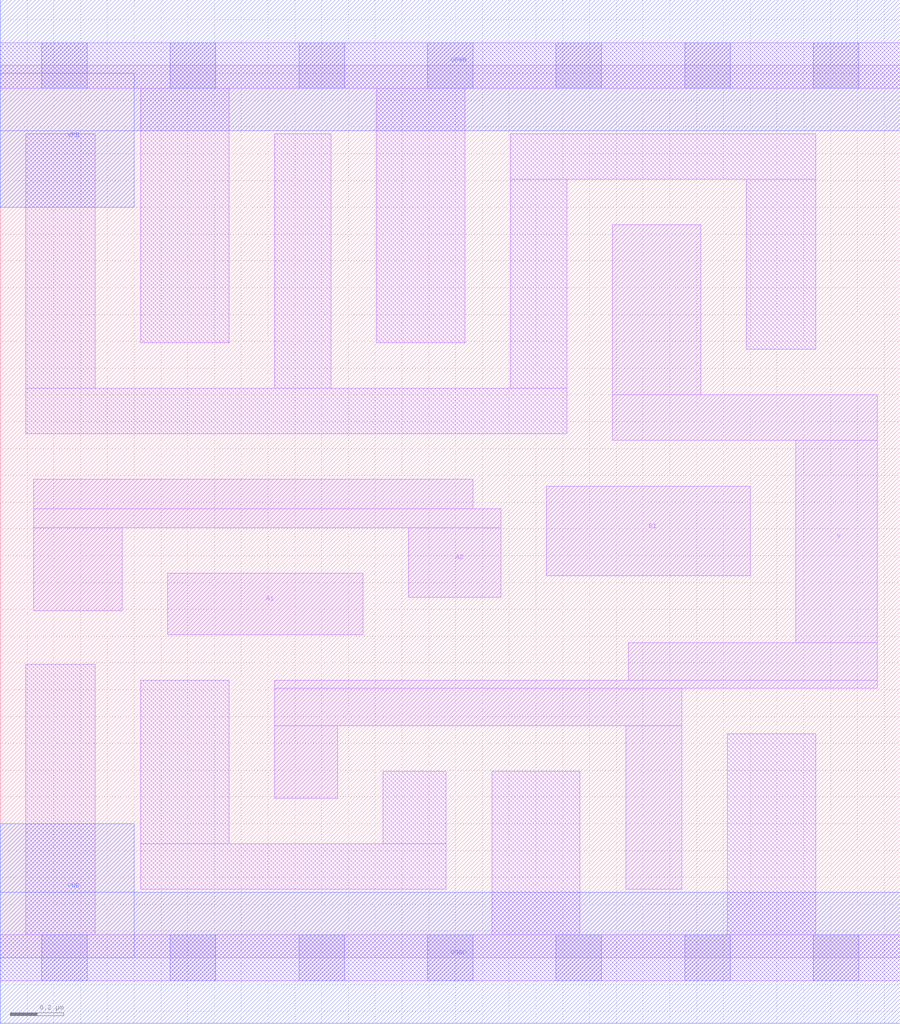
<source format=lef>
# Copyright 2020 The SkyWater PDK Authors
#
# Licensed under the Apache License, Version 2.0 (the "License");
# you may not use this file except in compliance with the License.
# You may obtain a copy of the License at
#
#     https://www.apache.org/licenses/LICENSE-2.0
#
# Unless required by applicable law or agreed to in writing, software
# distributed under the License is distributed on an "AS IS" BASIS,
# WITHOUT WARRANTIES OR CONDITIONS OF ANY KIND, either express or implied.
# See the License for the specific language governing permissions and
# limitations under the License.
#
# SPDX-License-Identifier: Apache-2.0

VERSION 5.5 ;
NAMESCASESENSITIVE ON ;
BUSBITCHARS "[]" ;
DIVIDERCHAR "/" ;
MACRO sky130_fd_sc_lp__a21oi_2
  CLASS CORE ;
  SOURCE USER ;
  ORIGIN  0.000000  0.000000 ;
  SIZE  3.360000 BY  3.330000 ;
  SYMMETRY X Y R90 ;
  SITE unit ;
  PIN A1
    ANTENNAGATEAREA  0.630000 ;
    DIRECTION INPUT ;
    USE SIGNAL ;
    PORT
      LAYER li1 ;
        RECT 0.625000 1.205000 1.355000 1.435000 ;
    END
  END A1
  PIN A2
    ANTENNAGATEAREA  0.630000 ;
    DIRECTION INPUT ;
    USE SIGNAL ;
    PORT
      LAYER li1 ;
        RECT 0.125000 1.295000 0.455000 1.605000 ;
        RECT 0.125000 1.605000 1.870000 1.675000 ;
        RECT 0.125000 1.675000 1.765000 1.785000 ;
        RECT 1.525000 1.345000 1.870000 1.605000 ;
    END
  END A2
  PIN B1
    ANTENNAGATEAREA  0.630000 ;
    DIRECTION INPUT ;
    USE SIGNAL ;
    PORT
      LAYER li1 ;
        RECT 2.040000 1.425000 2.800000 1.760000 ;
    END
  END B1
  PIN Y
    ANTENNADIFFAREA  0.823200 ;
    DIRECTION OUTPUT ;
    USE SIGNAL ;
    PORT
      LAYER li1 ;
        RECT 1.025000 0.595000 1.260000 0.865000 ;
        RECT 1.025000 0.865000 2.545000 1.005000 ;
        RECT 1.025000 1.005000 3.275000 1.035000 ;
        RECT 2.285000 1.930000 3.275000 2.100000 ;
        RECT 2.285000 2.100000 2.615000 2.735000 ;
        RECT 2.335000 0.255000 2.545000 0.865000 ;
        RECT 2.345000 1.035000 3.275000 1.175000 ;
        RECT 2.970000 1.175000 3.275000 1.930000 ;
    END
  END Y
  PIN VGND
    DIRECTION INOUT ;
    USE GROUND ;
    PORT
      LAYER met1 ;
        RECT 0.000000 -0.245000 3.360000 0.245000 ;
    END
  END VGND
  PIN VNB
    DIRECTION INOUT ;
    USE GROUND ;
    PORT
      LAYER met1 ;
        RECT 0.000000 0.000000 0.500000 0.500000 ;
    END
  END VNB
  PIN VPB
    DIRECTION INOUT ;
    USE POWER ;
    PORT
      LAYER met1 ;
        RECT 0.000000 2.800000 0.500000 3.300000 ;
    END
  END VPB
  PIN VPWR
    DIRECTION INOUT ;
    USE POWER ;
    PORT
      LAYER met1 ;
        RECT 0.000000 3.085000 3.360000 3.575000 ;
    END
  END VPWR
  OBS
    LAYER li1 ;
      RECT 0.000000 -0.085000 3.360000 0.085000 ;
      RECT 0.000000  3.245000 3.360000 3.415000 ;
      RECT 0.095000  0.085000 0.355000 1.095000 ;
      RECT 0.095000  1.955000 2.115000 2.125000 ;
      RECT 0.095000  2.125000 0.355000 3.075000 ;
      RECT 0.525000  0.255000 1.665000 0.425000 ;
      RECT 0.525000  0.425000 0.855000 1.035000 ;
      RECT 0.525000  2.295000 0.855000 3.245000 ;
      RECT 1.025000  2.125000 1.235000 3.075000 ;
      RECT 1.405000  2.295000 1.735000 3.245000 ;
      RECT 1.430000  0.425000 1.665000 0.695000 ;
      RECT 1.835000  0.085000 2.165000 0.695000 ;
      RECT 1.905000  2.125000 2.115000 2.905000 ;
      RECT 1.905000  2.905000 3.045000 3.075000 ;
      RECT 2.715000  0.085000 3.045000 0.835000 ;
      RECT 2.785000  2.270000 3.045000 2.905000 ;
    LAYER mcon ;
      RECT 0.155000 -0.085000 0.325000 0.085000 ;
      RECT 0.155000  3.245000 0.325000 3.415000 ;
      RECT 0.635000 -0.085000 0.805000 0.085000 ;
      RECT 0.635000  3.245000 0.805000 3.415000 ;
      RECT 1.115000 -0.085000 1.285000 0.085000 ;
      RECT 1.115000  3.245000 1.285000 3.415000 ;
      RECT 1.595000 -0.085000 1.765000 0.085000 ;
      RECT 1.595000  3.245000 1.765000 3.415000 ;
      RECT 2.075000 -0.085000 2.245000 0.085000 ;
      RECT 2.075000  3.245000 2.245000 3.415000 ;
      RECT 2.555000 -0.085000 2.725000 0.085000 ;
      RECT 2.555000  3.245000 2.725000 3.415000 ;
      RECT 3.035000 -0.085000 3.205000 0.085000 ;
      RECT 3.035000  3.245000 3.205000 3.415000 ;
  END
END sky130_fd_sc_lp__a21oi_2

</source>
